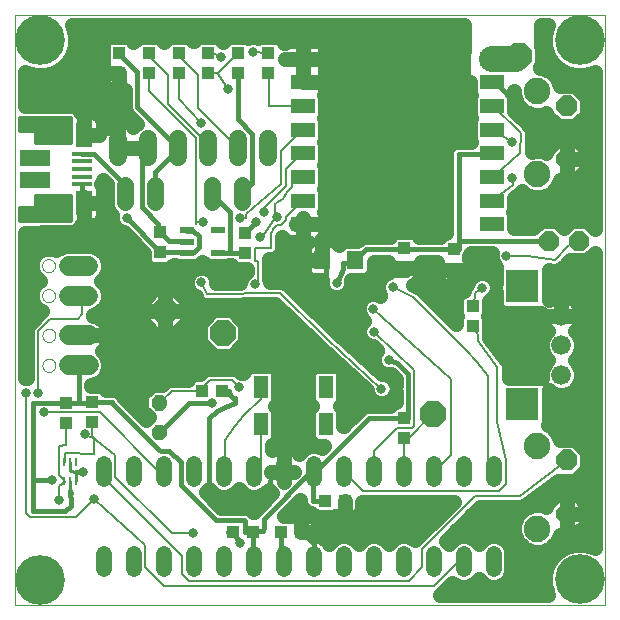
<source format=gbl>
G75*
%MOIN*%
%OFA0B0*%
%FSLAX24Y24*%
%IPPOS*%
%LPD*%
%AMOC8*
5,1,8,0,0,1.08239X$1,22.5*
%
%ADD10C,0.0000*%
%ADD11R,0.0551X0.0630*%
%ADD12R,0.0394X0.0433*%
%ADD13R,0.0433X0.0394*%
%ADD14R,0.0787X0.0512*%
%ADD15OC8,0.0850*%
%ADD16R,0.0472X0.0217*%
%ADD17C,0.0520*%
%ADD18R,0.0512X0.0748*%
%ADD19R,0.0112X0.0276*%
%ADD20R,0.0673X0.0157*%
%ADD21R,0.0575X0.0787*%
%ADD22R,0.0984X0.0541*%
%ADD23C,0.0160*%
%ADD24C,0.0560*%
%ADD25C,0.0104*%
%ADD26OC8,0.0660*%
%ADD27OC8,0.0700*%
%ADD28C,0.0885*%
%ADD29C,0.0660*%
%ADD30R,0.1102X0.1102*%
%ADD31C,0.0600*%
%ADD32C,0.0650*%
%ADD33C,0.0317*%
%ADD34C,0.0100*%
%ADD35C,0.0500*%
%ADD36C,0.0110*%
%ADD37C,0.0080*%
%ADD38C,0.0860*%
%ADD39C,0.1660*%
D10*
X000350Y000350D02*
X000350Y020035D01*
X020035Y020035D01*
X020035Y000350D01*
X000350Y000350D01*
X001267Y008344D02*
X001269Y008373D01*
X001275Y008401D01*
X001284Y008429D01*
X001297Y008455D01*
X001314Y008478D01*
X001333Y008500D01*
X001355Y008519D01*
X001380Y008534D01*
X001406Y008547D01*
X001434Y008555D01*
X001462Y008560D01*
X001491Y008561D01*
X001520Y008558D01*
X001548Y008551D01*
X001575Y008541D01*
X001601Y008527D01*
X001624Y008510D01*
X001645Y008490D01*
X001663Y008467D01*
X001678Y008442D01*
X001689Y008415D01*
X001697Y008387D01*
X001701Y008358D01*
X001701Y008330D01*
X001697Y008301D01*
X001689Y008273D01*
X001678Y008246D01*
X001663Y008221D01*
X001645Y008198D01*
X001624Y008178D01*
X001601Y008161D01*
X001575Y008147D01*
X001548Y008137D01*
X001520Y008130D01*
X001491Y008127D01*
X001462Y008128D01*
X001434Y008133D01*
X001406Y008141D01*
X001380Y008154D01*
X001355Y008169D01*
X001333Y008188D01*
X001314Y008210D01*
X001297Y008233D01*
X001284Y008259D01*
X001275Y008287D01*
X001269Y008315D01*
X001267Y008344D01*
X001267Y009344D02*
X001269Y009373D01*
X001275Y009401D01*
X001284Y009429D01*
X001297Y009455D01*
X001314Y009478D01*
X001333Y009500D01*
X001355Y009519D01*
X001380Y009534D01*
X001406Y009547D01*
X001434Y009555D01*
X001462Y009560D01*
X001491Y009561D01*
X001520Y009558D01*
X001548Y009551D01*
X001575Y009541D01*
X001601Y009527D01*
X001624Y009510D01*
X001645Y009490D01*
X001663Y009467D01*
X001678Y009442D01*
X001689Y009415D01*
X001697Y009387D01*
X001701Y009358D01*
X001701Y009330D01*
X001697Y009301D01*
X001689Y009273D01*
X001678Y009246D01*
X001663Y009221D01*
X001645Y009198D01*
X001624Y009178D01*
X001601Y009161D01*
X001575Y009147D01*
X001548Y009137D01*
X001520Y009130D01*
X001491Y009127D01*
X001462Y009128D01*
X001434Y009133D01*
X001406Y009141D01*
X001380Y009154D01*
X001355Y009169D01*
X001333Y009188D01*
X001314Y009210D01*
X001297Y009233D01*
X001284Y009259D01*
X001275Y009287D01*
X001269Y009315D01*
X001267Y009344D01*
X001259Y010670D02*
X001261Y010699D01*
X001267Y010727D01*
X001276Y010755D01*
X001289Y010781D01*
X001306Y010804D01*
X001325Y010826D01*
X001347Y010845D01*
X001372Y010860D01*
X001398Y010873D01*
X001426Y010881D01*
X001454Y010886D01*
X001483Y010887D01*
X001512Y010884D01*
X001540Y010877D01*
X001567Y010867D01*
X001593Y010853D01*
X001616Y010836D01*
X001637Y010816D01*
X001655Y010793D01*
X001670Y010768D01*
X001681Y010741D01*
X001689Y010713D01*
X001693Y010684D01*
X001693Y010656D01*
X001689Y010627D01*
X001681Y010599D01*
X001670Y010572D01*
X001655Y010547D01*
X001637Y010524D01*
X001616Y010504D01*
X001593Y010487D01*
X001567Y010473D01*
X001540Y010463D01*
X001512Y010456D01*
X001483Y010453D01*
X001454Y010454D01*
X001426Y010459D01*
X001398Y010467D01*
X001372Y010480D01*
X001347Y010495D01*
X001325Y010514D01*
X001306Y010536D01*
X001289Y010559D01*
X001276Y010585D01*
X001267Y010613D01*
X001261Y010641D01*
X001259Y010670D01*
X001259Y011670D02*
X001261Y011699D01*
X001267Y011727D01*
X001276Y011755D01*
X001289Y011781D01*
X001306Y011804D01*
X001325Y011826D01*
X001347Y011845D01*
X001372Y011860D01*
X001398Y011873D01*
X001426Y011881D01*
X001454Y011886D01*
X001483Y011887D01*
X001512Y011884D01*
X001540Y011877D01*
X001567Y011867D01*
X001593Y011853D01*
X001616Y011836D01*
X001637Y011816D01*
X001655Y011793D01*
X001670Y011768D01*
X001681Y011741D01*
X001689Y011713D01*
X001693Y011684D01*
X001693Y011656D01*
X001689Y011627D01*
X001681Y011599D01*
X001670Y011572D01*
X001655Y011547D01*
X001637Y011524D01*
X001616Y011504D01*
X001593Y011487D01*
X001567Y011473D01*
X001540Y011463D01*
X001512Y011456D01*
X001483Y011453D01*
X001454Y011454D01*
X001426Y011459D01*
X001398Y011467D01*
X001372Y011480D01*
X001347Y011495D01*
X001325Y011514D01*
X001306Y011536D01*
X001289Y011559D01*
X001276Y011585D01*
X001267Y011613D01*
X001261Y011641D01*
X001259Y011670D01*
D11*
X010602Y011851D03*
X011705Y011851D03*
D12*
X013332Y011590D03*
X013332Y012259D03*
X014980Y012209D03*
X014980Y011540D03*
X008032Y012093D03*
X008032Y012762D03*
X005179Y012786D03*
X005179Y012117D03*
X006605Y007505D03*
X007274Y007505D03*
X006789Y018089D03*
X006789Y018758D03*
X003814Y018758D03*
X003814Y018089D03*
D13*
X004812Y018089D03*
X004812Y018758D03*
X005812Y018758D03*
X005812Y018089D03*
X007787Y018089D03*
X007787Y018758D03*
X008807Y018758D03*
X008807Y018089D03*
X015613Y010319D03*
X015613Y009650D03*
X013327Y006585D03*
X013327Y005916D03*
X011372Y003824D03*
X010703Y003824D03*
X009905Y002795D03*
X009236Y002795D03*
X008277Y002805D03*
X007608Y002805D03*
X002910Y006453D03*
X002049Y006428D03*
X002049Y007097D03*
X002910Y007122D03*
D14*
X009959Y013051D03*
X009959Y013838D03*
X009959Y014626D03*
X009959Y015413D03*
X009959Y016201D03*
X009959Y016988D03*
X009959Y017775D03*
X009959Y018563D03*
X016259Y018563D03*
X016259Y017775D03*
X016259Y016988D03*
X016259Y016201D03*
X016259Y015413D03*
X016259Y014626D03*
X016259Y013838D03*
X016259Y013051D03*
D15*
X007280Y009422D03*
X005350Y010143D03*
X014277Y006729D03*
X017168Y018666D03*
D16*
X007119Y012844D03*
X006095Y012844D03*
X006095Y012470D03*
X006095Y012096D03*
X007119Y012096D03*
D17*
X007317Y005065D02*
X007317Y004545D01*
X006317Y004545D02*
X006317Y005065D01*
X005317Y005065D02*
X005317Y004545D01*
X004317Y004545D02*
X004317Y005065D01*
X003317Y005065D02*
X003317Y004545D01*
X003317Y002065D02*
X003317Y001545D01*
X004317Y001545D02*
X004317Y002065D01*
X005317Y002065D02*
X005317Y001545D01*
X006317Y001545D02*
X006317Y002065D01*
X007317Y002065D02*
X007317Y001545D01*
X008317Y001545D02*
X008317Y002065D01*
X009317Y002065D02*
X009317Y001545D01*
X010317Y001545D02*
X010317Y002065D01*
X011317Y002065D02*
X011317Y001545D01*
X012317Y001545D02*
X012317Y002065D01*
X013317Y002065D02*
X013317Y001545D01*
X014317Y001545D02*
X014317Y002065D01*
X015317Y002065D02*
X015317Y001545D01*
X016317Y001545D02*
X016317Y002065D01*
X016317Y004545D02*
X016317Y005065D01*
X015317Y005065D02*
X015317Y004545D01*
X014317Y004545D02*
X014317Y005065D01*
X013317Y005065D02*
X013317Y004545D01*
X012317Y004545D02*
X012317Y005065D01*
X011317Y005065D02*
X011317Y004545D01*
X010317Y004545D02*
X010317Y005065D01*
X009317Y005065D02*
X009317Y004545D01*
X008317Y004545D02*
X008317Y005065D01*
D18*
X008549Y006375D03*
X008549Y007635D03*
X010714Y007635D03*
X010714Y006375D03*
D19*
X002401Y005134D03*
X002204Y005134D03*
X002007Y005134D03*
X002007Y004484D03*
X002204Y004484D03*
X002401Y004484D03*
D20*
X002598Y014382D03*
X002598Y014638D03*
X002598Y014894D03*
X002598Y015150D03*
X002598Y015406D03*
D21*
X002649Y016036D03*
X002649Y013752D03*
D22*
X001011Y014525D03*
X001011Y015263D03*
D23*
X001069Y015779D02*
X002179Y015779D01*
X002179Y016596D01*
X001167Y016596D01*
X001169Y016595D01*
X000539Y016595D01*
X000537Y016200D01*
X001069Y016200D01*
X002179Y016200D01*
X002179Y016042D02*
X001069Y016042D01*
X001069Y016200D02*
X001069Y015779D01*
X001069Y015883D02*
X002179Y015883D01*
X002649Y016036D02*
X002653Y016036D01*
X002649Y016091D02*
X003804Y016091D01*
X003804Y015589D01*
X004578Y015366D02*
X004799Y015586D01*
X004804Y015589D01*
X004578Y015366D02*
X004578Y013610D01*
X005130Y013059D01*
X005130Y012854D01*
X005179Y012786D01*
X005185Y012783D01*
X005492Y012476D01*
X006090Y012476D01*
X006095Y012470D01*
X006098Y012838D02*
X006095Y012844D01*
X006098Y012838D02*
X006303Y012838D01*
X006492Y012649D01*
X006492Y012295D01*
X006326Y012130D01*
X006169Y012130D01*
X006095Y012096D01*
X006090Y012098D01*
X006074Y012114D01*
X005185Y012114D01*
X005179Y012117D01*
X005130Y012185D01*
X004075Y013267D01*
X004021Y014070D02*
X004019Y014074D01*
X004019Y014374D01*
X002988Y015405D01*
X002602Y015405D01*
X002598Y015406D01*
X002598Y014382D02*
X002602Y014381D01*
X002602Y013807D01*
X002649Y013759D01*
X002649Y013752D01*
X002179Y013823D02*
X001069Y013823D01*
X001069Y013981D02*
X002179Y013981D01*
X002179Y014002D02*
X001069Y014002D01*
X001069Y013581D01*
X000537Y013581D01*
X000535Y013184D01*
X001165Y013184D01*
X001167Y013185D01*
X002179Y013185D01*
X002179Y014002D01*
X002179Y013664D02*
X001069Y013664D01*
X000537Y013506D02*
X002179Y013506D01*
X002179Y013347D02*
X000536Y013347D01*
X000535Y013189D02*
X002179Y013189D01*
X005021Y014070D02*
X005027Y014074D01*
X005027Y014775D01*
X005767Y015515D01*
X005804Y015589D01*
X005799Y015594D01*
X004429Y016964D01*
X004429Y018114D01*
X003815Y018728D01*
X003815Y018752D01*
X003814Y018758D01*
X007787Y018089D02*
X007791Y018082D01*
X007791Y016555D01*
X008271Y016074D01*
X008271Y014421D01*
X007917Y014067D01*
X007916Y014063D01*
X007515Y013460D02*
X006917Y014059D01*
X006916Y014063D01*
X007515Y013460D02*
X007515Y012098D01*
X008027Y012098D01*
X008032Y012093D01*
X007515Y012098D02*
X007122Y012098D01*
X007119Y012096D01*
X007466Y011591D02*
X008158Y011591D01*
X006508Y010536D02*
X005956Y010019D01*
X005902Y009965D01*
X007690Y008189D01*
X007475Y007499D02*
X007529Y007352D01*
X007608Y007274D01*
X007695Y007241D01*
X007697Y007091D01*
X007343Y006967D01*
X007106Y006812D01*
X006818Y006606D01*
X006818Y004575D01*
X006833Y004575D01*
X006833Y003923D01*
X008720Y003923D01*
X008720Y003849D01*
X008843Y004497D01*
X008959Y004805D01*
X009317Y004805D01*
X010200Y004775D02*
X010317Y004805D01*
X010397Y004830D01*
X012153Y006586D01*
X013326Y006586D01*
X013327Y006585D01*
X013405Y006586D01*
X013460Y006586D01*
X013460Y008051D01*
X013098Y008413D01*
X012816Y008534D01*
X016490Y010068D02*
X018566Y010068D01*
X018568Y009996D01*
X016490Y010068D02*
X016492Y011540D01*
X014980Y011540D01*
X014862Y011507D01*
X013563Y011507D01*
X013559Y011504D01*
X013547Y011515D01*
X013332Y011590D01*
X013311Y011515D01*
X013311Y011590D01*
X013429Y011374D02*
X013559Y011504D01*
X013429Y011374D02*
X011579Y011374D01*
X011579Y010615D01*
X010722Y010618D01*
X010722Y011232D01*
X010719Y011275D01*
X010720Y011728D01*
X010720Y011815D01*
X010602Y011851D01*
X010649Y011925D01*
X010653Y011929D01*
X010689Y011893D01*
X010653Y011929D02*
X010633Y011948D01*
X010602Y011866D02*
X010602Y011851D01*
X011291Y011767D02*
X011291Y011554D01*
X011084Y011098D01*
X011224Y010704D02*
X011181Y010610D01*
X011291Y011767D02*
X011570Y011767D01*
X011626Y011822D01*
X011705Y011851D01*
X011767Y011909D01*
X012074Y012216D01*
X013263Y012216D01*
X013332Y012259D01*
X013405Y012208D01*
X014901Y012208D01*
X014980Y012209D01*
X015147Y012209D01*
X015147Y012500D01*
X017759Y012500D01*
X018157Y012502D01*
X015147Y012500D02*
X015147Y015395D01*
X016259Y015395D01*
X016259Y015413D01*
X017496Y016303D02*
X017496Y016397D01*
X017226Y016677D01*
X017169Y016956D01*
X016381Y017744D01*
X016342Y017744D01*
X016259Y017775D01*
X016263Y017775D01*
X017496Y016303D02*
X018752Y015593D01*
X018753Y015208D01*
X014936Y011565D02*
X014936Y011540D01*
X009964Y013051D02*
X009959Y013051D01*
X009901Y012996D01*
X009959Y013051D01*
X009964Y013051D01*
X009959Y013051D01*
X008381Y013114D02*
X008035Y012767D01*
X008032Y012762D01*
X002179Y016359D02*
X000538Y016359D01*
X000538Y016517D02*
X002179Y016517D01*
X002484Y008344D02*
X002484Y008342D01*
X002484Y007098D01*
X002051Y007098D01*
X000945Y007098D01*
X000947Y004516D01*
X001596Y004516D01*
X001595Y004511D01*
X000947Y004516D02*
X000947Y003494D01*
X001781Y003506D01*
X002032Y003506D01*
X002214Y003649D01*
X002208Y003743D01*
X002206Y004149D01*
X002209Y004075D01*
X002206Y004152D01*
X002399Y004806D02*
X002452Y004807D01*
X002610Y004807D01*
X003626Y007043D02*
X005145Y005523D01*
X005224Y005492D01*
X005507Y005492D01*
X005878Y005122D01*
X005878Y004374D01*
X007067Y003185D01*
X007996Y003185D01*
X008019Y003161D01*
X008019Y002815D01*
X008027Y002807D01*
X008193Y002807D01*
X008277Y002805D01*
X008358Y002830D01*
X008626Y002830D01*
X008657Y002909D01*
X008657Y003232D01*
X010200Y004775D01*
X010279Y004767D02*
X010279Y003830D01*
X010703Y003830D01*
X010703Y003824D01*
X011372Y003824D02*
X011377Y003556D01*
X011377Y003322D01*
X009895Y003322D01*
X009279Y003322D01*
X009895Y003322D02*
X009893Y002931D01*
X009905Y002795D01*
X009909Y002791D01*
X010311Y002389D01*
X010311Y001807D01*
X010317Y001805D01*
X009317Y001805D02*
X009311Y001807D01*
X009240Y001878D01*
X009240Y002791D01*
X009236Y002795D01*
X008279Y002799D02*
X008277Y002805D01*
X008279Y002799D02*
X008279Y001838D01*
X008311Y001807D01*
X008317Y001805D01*
X007842Y002408D02*
X007649Y002736D01*
X007608Y002805D01*
X007602Y002799D01*
X007452Y002799D01*
X010279Y004767D02*
X010311Y004799D01*
X010317Y004805D01*
X006929Y007082D02*
X006161Y007082D01*
X005200Y006122D01*
X005153Y006116D01*
X003626Y007043D02*
X003594Y007122D01*
X002996Y007122D01*
X002910Y007122D01*
X002909Y007122D01*
X002885Y007098D01*
X002484Y007098D01*
X002051Y007098D02*
X002049Y007097D01*
X007274Y007505D02*
X007279Y007500D01*
X007475Y007499D01*
D24*
X007916Y013783D02*
X007916Y014343D01*
X006916Y014343D02*
X006916Y013783D01*
X005021Y013790D02*
X005021Y014350D01*
X004021Y014350D02*
X004021Y013790D01*
D25*
X004998Y007072D02*
X004946Y007020D01*
X004946Y007192D01*
X005067Y007313D01*
X005239Y007313D01*
X005360Y007192D01*
X005360Y007020D01*
X005239Y006899D01*
X005067Y006899D01*
X004946Y007020D01*
X005024Y007052D01*
X005024Y007160D01*
X005099Y007235D01*
X005207Y007235D01*
X005282Y007160D01*
X005282Y007052D01*
X005207Y006977D01*
X005099Y006977D01*
X005024Y007052D01*
X005102Y007085D01*
X005102Y007127D01*
X005132Y007157D01*
X005174Y007157D01*
X005204Y007127D01*
X005204Y007085D01*
X005174Y007055D01*
X005132Y007055D01*
X005102Y007085D01*
X004998Y006082D02*
X004946Y006030D01*
X004946Y006202D01*
X005067Y006323D01*
X005239Y006323D01*
X005360Y006202D01*
X005360Y006030D01*
X005239Y005909D01*
X005067Y005909D01*
X004946Y006030D01*
X005024Y006062D01*
X005024Y006170D01*
X005099Y006245D01*
X005207Y006245D01*
X005282Y006170D01*
X005282Y006062D01*
X005207Y005987D01*
X005099Y005987D01*
X005024Y006062D01*
X005102Y006095D01*
X005102Y006137D01*
X005132Y006167D01*
X005174Y006167D01*
X005204Y006137D01*
X005204Y006095D01*
X005174Y006065D01*
X005132Y006065D01*
X005102Y006095D01*
D26*
X018157Y012502D03*
X019157Y012502D03*
D27*
X018753Y015208D03*
X018753Y016988D03*
X018753Y005177D03*
X018753Y003397D03*
D28*
X017773Y002907D03*
X017773Y005667D03*
X017773Y014718D03*
X017773Y017478D03*
D29*
X018568Y009996D03*
X018568Y009011D03*
X018568Y008027D03*
D30*
X017268Y007043D03*
X017268Y010980D03*
D31*
X008804Y015289D02*
X008804Y015889D01*
X007804Y015889D02*
X007804Y015289D01*
X006804Y015289D02*
X006804Y015889D01*
X005804Y015889D02*
X005804Y015289D01*
X004804Y015289D02*
X004804Y015889D01*
X003804Y015889D02*
X003804Y015289D01*
D32*
X002801Y011670D02*
X002151Y011670D01*
X002151Y010670D02*
X002801Y010670D01*
X002809Y009344D02*
X002160Y009344D01*
X002160Y008344D02*
X002809Y008344D01*
D33*
X001122Y007437D03*
X000720Y007437D03*
X001329Y006778D03*
X002684Y006056D03*
X002610Y004807D03*
X001595Y004511D03*
X002988Y003881D03*
X001834Y003842D03*
X006286Y002741D03*
X007842Y002408D03*
X009279Y003322D03*
X008720Y003849D03*
X006929Y007082D03*
X007818Y007611D03*
X012326Y009468D03*
X012297Y010239D03*
X012941Y010955D03*
X011084Y011098D03*
X009681Y012477D03*
X008538Y012625D03*
X008381Y013114D03*
X008673Y013445D03*
X009101Y013299D03*
X007845Y013263D03*
X006626Y013126D03*
X004075Y013267D03*
X007466Y011591D03*
X008158Y011591D03*
X008358Y011060D03*
X006572Y011109D03*
X006508Y010536D03*
X012573Y007573D03*
X012816Y008534D03*
X015921Y010932D03*
X016735Y011998D03*
X016926Y014596D03*
X016918Y015799D03*
X008304Y018805D03*
X007214Y018608D03*
X007472Y017573D03*
X006543Y016434D03*
D34*
X002204Y004484D02*
X002203Y004464D01*
X002206Y004152D01*
D35*
X004726Y006523D02*
X003975Y007273D01*
X003974Y007276D01*
X003944Y007350D01*
X003943Y007352D01*
X003942Y007354D01*
X003886Y007410D01*
X003831Y007466D01*
X003828Y007467D01*
X003826Y007469D01*
X003753Y007499D01*
X003681Y007531D01*
X003678Y007531D01*
X003676Y007532D01*
X003597Y007532D01*
X003518Y007533D01*
X003515Y007532D01*
X003381Y007532D01*
X003314Y007599D01*
X003192Y007649D01*
X002894Y007649D01*
X002894Y007689D01*
X002939Y007689D01*
X003180Y007789D01*
X003364Y007973D01*
X003464Y008214D01*
X003464Y008474D01*
X003364Y008715D01*
X003249Y008831D01*
X003255Y008836D01*
X003318Y008898D01*
X003372Y008968D01*
X003416Y009045D01*
X003450Y009127D01*
X003472Y009212D01*
X003484Y009300D01*
X003484Y009344D01*
X003484Y009388D01*
X003472Y009476D01*
X003450Y009561D01*
X003416Y009643D01*
X003372Y009720D01*
X003318Y009790D01*
X003255Y009852D01*
X003185Y009906D01*
X003108Y009950D01*
X003027Y009984D01*
X002956Y010003D01*
X002956Y010026D01*
X003172Y010115D01*
X003356Y010299D01*
X003456Y010540D01*
X003456Y010801D01*
X003356Y011041D01*
X003227Y011170D01*
X003356Y011299D01*
X003456Y011540D01*
X003456Y011801D01*
X003356Y012041D01*
X003172Y012225D01*
X002931Y012325D01*
X002021Y012325D01*
X001781Y012225D01*
X001732Y012177D01*
X001589Y012237D01*
X001364Y012237D01*
X001155Y012151D01*
X000996Y011991D01*
X000910Y011783D01*
X000910Y011558D01*
X000996Y011349D01*
X001155Y011190D01*
X001203Y011170D01*
X001155Y011151D01*
X000996Y010991D01*
X000910Y010783D01*
X000910Y010558D01*
X000996Y010349D01*
X001155Y010190D01*
X001255Y010149D01*
X001217Y010111D01*
X000808Y009701D01*
X000752Y009565D01*
X000752Y007925D01*
X000700Y007925D01*
X000700Y012774D01*
X001106Y012774D01*
X001128Y012768D01*
X001187Y012774D01*
X001246Y012774D01*
X001249Y012775D01*
X002260Y012775D01*
X002411Y012838D01*
X002526Y012953D01*
X002549Y013009D01*
X002649Y013009D01*
X002649Y013752D01*
X002649Y013752D01*
X002649Y013009D01*
X002971Y013009D01*
X003039Y013022D01*
X003102Y013048D01*
X003160Y013087D01*
X003208Y013135D01*
X003247Y013193D01*
X003273Y013256D01*
X003287Y013324D01*
X003287Y013752D01*
X002649Y013752D01*
X002649Y013752D01*
X002649Y013953D01*
X002649Y013953D01*
X002649Y013752D01*
X002649Y013752D01*
X003287Y013752D01*
X003287Y014180D01*
X003277Y014230D01*
X003285Y014269D01*
X003285Y014382D01*
X003218Y014382D01*
X003218Y014382D01*
X003285Y014382D01*
X003285Y014495D01*
X003276Y014537D01*
X003411Y014402D01*
X003411Y013669D01*
X003504Y013444D01*
X003587Y013361D01*
X003587Y013170D01*
X003661Y012990D01*
X003798Y012853D01*
X003978Y012779D01*
X003978Y012779D01*
X004653Y012087D01*
X004653Y011835D01*
X004703Y011713D01*
X004796Y011621D01*
X004917Y011570D01*
X005442Y011570D01*
X005563Y011621D01*
X005647Y011704D01*
X005683Y011704D01*
X005793Y011658D01*
X006397Y011658D01*
X006518Y011708D01*
X006607Y011797D01*
X006696Y011708D01*
X006817Y011658D01*
X007421Y011658D01*
X007494Y011688D01*
X007556Y011688D01*
X007648Y011596D01*
X007769Y011546D01*
X008084Y011546D01*
X008084Y011475D01*
X008082Y011474D01*
X007944Y011337D01*
X007870Y011157D01*
X007870Y011105D01*
X007061Y011094D01*
X007061Y011206D01*
X006986Y011386D01*
X006849Y011523D01*
X006669Y011597D01*
X006475Y011597D01*
X006296Y011523D01*
X006158Y011386D01*
X006084Y011206D01*
X006084Y011012D01*
X006158Y010832D01*
X006296Y010695D01*
X006377Y010661D01*
X006423Y010567D01*
X006449Y010506D01*
X006454Y010501D01*
X006458Y010493D01*
X006507Y010449D01*
X006554Y010404D01*
X006562Y010401D01*
X006568Y010395D01*
X006630Y010373D01*
X006691Y010349D01*
X006699Y010349D01*
X006707Y010347D01*
X006772Y010350D01*
X009038Y010381D01*
X010460Y009016D01*
X010462Y009013D01*
X010513Y008965D01*
X010564Y008917D01*
X010567Y008916D01*
X012085Y007520D01*
X012085Y007476D01*
X012159Y007297D01*
X012297Y007159D01*
X012476Y007085D01*
X012671Y007085D01*
X012850Y007159D01*
X012987Y007297D01*
X013050Y007448D01*
X013050Y007112D01*
X013045Y007112D01*
X012924Y007062D01*
X012858Y006996D01*
X012072Y006996D01*
X011921Y006934D01*
X011300Y006313D01*
X011300Y006815D01*
X011250Y006936D01*
X011181Y007005D01*
X011250Y007074D01*
X011300Y007195D01*
X011300Y008074D01*
X011250Y008196D01*
X011157Y008289D01*
X011036Y008339D01*
X010393Y008339D01*
X010271Y008289D01*
X010178Y008196D01*
X010128Y008074D01*
X010128Y007195D01*
X010178Y007074D01*
X010247Y007005D01*
X010178Y006936D01*
X010128Y006815D01*
X010128Y005935D01*
X010178Y005814D01*
X010271Y005721D01*
X010393Y005671D01*
X010658Y005671D01*
X010582Y005594D01*
X010435Y005655D01*
X010200Y005655D01*
X009983Y005565D01*
X009824Y005406D01*
X009783Y005463D01*
X009715Y005531D01*
X009637Y005587D01*
X009551Y005631D01*
X009460Y005660D01*
X009365Y005675D01*
X009317Y005675D01*
X009269Y005675D01*
X009174Y005660D01*
X009083Y005631D01*
X008998Y005587D01*
X008920Y005531D01*
X008917Y005527D01*
X008917Y005690D01*
X008992Y005721D01*
X009084Y005814D01*
X009135Y005935D01*
X009135Y006815D01*
X009084Y006936D01*
X009015Y007005D01*
X009084Y007074D01*
X009135Y007195D01*
X009135Y008074D01*
X009084Y008196D01*
X008992Y008289D01*
X008870Y008339D01*
X008227Y008339D01*
X008106Y008289D01*
X008013Y008196D01*
X007965Y008079D01*
X007915Y008099D01*
X007888Y008099D01*
X007873Y008114D01*
X007834Y008159D01*
X007822Y008165D01*
X007812Y008175D01*
X007756Y008198D01*
X007703Y008225D01*
X007689Y008226D01*
X007676Y008232D01*
X007616Y008232D01*
X007556Y008236D01*
X007543Y008232D01*
X006788Y008232D01*
X006652Y008175D01*
X006528Y008051D01*
X006343Y008051D01*
X006221Y008001D01*
X006129Y007908D01*
X006113Y007870D01*
X005513Y007870D01*
X005377Y007813D01*
X005259Y007696D01*
X004909Y007696D01*
X004563Y007350D01*
X004563Y006862D01*
X004814Y006611D01*
X004726Y006523D01*
X004594Y006831D02*
X004418Y006831D01*
X004563Y007329D02*
X003953Y007329D01*
X003219Y007828D02*
X005411Y007828D01*
X006525Y009109D02*
X006967Y008667D01*
X007593Y008667D01*
X008035Y009109D01*
X008035Y009735D01*
X007593Y010177D01*
X006967Y010177D01*
X006525Y009735D01*
X006525Y009109D01*
X006525Y009323D02*
X003484Y009323D01*
X003484Y009344D02*
X002484Y009344D01*
X003484Y009344D01*
X003255Y008825D02*
X006810Y008825D01*
X007750Y008825D02*
X010666Y008825D01*
X010141Y009323D02*
X008035Y009323D01*
X007948Y009822D02*
X009621Y009822D01*
X009101Y010320D02*
X006125Y010320D01*
X006125Y010464D02*
X006125Y010143D01*
X005350Y010143D01*
X005350Y010143D01*
X005350Y009368D01*
X005671Y009368D01*
X006125Y009822D01*
X006125Y010143D01*
X005350Y010143D01*
X005350Y010143D01*
X005350Y009368D01*
X005029Y009368D01*
X004575Y009822D01*
X004575Y010143D01*
X005350Y010143D01*
X005350Y010143D01*
X005350Y010918D01*
X005671Y010918D01*
X006125Y010464D01*
X006172Y010819D02*
X005770Y010819D01*
X005350Y010819D02*
X005350Y010819D01*
X005350Y010918D02*
X005029Y010918D01*
X004575Y010464D01*
X004575Y010143D01*
X005350Y010143D01*
X005350Y010143D01*
X005350Y010918D01*
X004929Y010819D02*
X003448Y010819D01*
X003363Y011317D02*
X006130Y011317D01*
X007015Y011317D02*
X007936Y011317D01*
X008824Y011317D02*
X010052Y011317D01*
X010055Y011313D02*
X010103Y011264D01*
X010161Y011226D01*
X010224Y011199D01*
X010292Y011186D01*
X010595Y011186D01*
X010595Y011001D01*
X010670Y010822D01*
X010807Y010684D01*
X010986Y010610D01*
X011181Y010610D01*
X011360Y010684D01*
X011498Y010822D01*
X011572Y011001D01*
X011572Y011181D01*
X011583Y011206D01*
X012046Y011206D01*
X012167Y011256D01*
X012260Y011349D01*
X012310Y011470D01*
X012310Y011806D01*
X012786Y011806D01*
X012786Y011590D01*
X013332Y011590D01*
X013332Y011590D01*
X012786Y011590D01*
X012786Y011420D01*
X012665Y011370D01*
X012527Y011232D01*
X012453Y011053D01*
X012453Y010858D01*
X012527Y010679D01*
X012538Y010668D01*
X012394Y010728D01*
X012200Y010728D01*
X012021Y010653D01*
X011883Y010516D01*
X011809Y010336D01*
X011809Y010142D01*
X011883Y009963D01*
X012007Y009839D01*
X011912Y009745D01*
X011838Y009565D01*
X011838Y009371D01*
X011912Y009191D01*
X012050Y009054D01*
X012229Y008980D01*
X012302Y008980D01*
X012440Y008848D01*
X012402Y008810D01*
X012328Y008631D01*
X012328Y008436D01*
X012402Y008257D01*
X012540Y008119D01*
X012719Y008045D01*
X012886Y008045D01*
X013050Y007881D01*
X013050Y007698D01*
X012987Y007850D01*
X012850Y007987D01*
X012671Y008062D01*
X012589Y008062D01*
X011020Y009505D01*
X009442Y011019D01*
X009390Y011069D01*
X009389Y011070D01*
X009388Y011071D01*
X009320Y011097D01*
X009253Y011124D01*
X009252Y011124D01*
X009251Y011124D01*
X009178Y011123D01*
X008847Y011118D01*
X008847Y011157D01*
X008824Y011212D01*
X008824Y011882D01*
X008820Y011891D01*
X008882Y011891D01*
X008955Y011891D01*
X008956Y011891D01*
X008957Y011891D01*
X009024Y011919D01*
X009091Y011946D01*
X009092Y011947D01*
X009093Y011947D01*
X009144Y011999D01*
X009196Y012050D01*
X009196Y012051D01*
X009197Y012051D01*
X009224Y012119D01*
X009253Y012186D01*
X009253Y012187D01*
X009253Y012260D01*
X009253Y012333D01*
X009253Y012334D01*
X009253Y012604D01*
X009265Y012615D01*
X009294Y012572D01*
X009343Y012523D01*
X009400Y012485D01*
X009464Y012458D01*
X009531Y012445D01*
X009959Y012445D01*
X009959Y013051D01*
X009727Y013051D01*
X009727Y013051D01*
X009959Y013051D01*
X009959Y013051D01*
X009959Y013252D01*
X009959Y013252D01*
X009959Y013051D01*
X009959Y013051D01*
X009959Y013051D01*
X009959Y012445D01*
X010114Y012445D01*
X010103Y012438D01*
X010055Y012389D01*
X010016Y012332D01*
X009990Y012268D01*
X009977Y012200D01*
X009977Y011851D01*
X010602Y011851D01*
X010602Y012516D01*
X010565Y012516D01*
X010576Y012523D01*
X010625Y012572D01*
X010663Y012629D01*
X010690Y012693D01*
X010703Y012761D01*
X010703Y013051D01*
X010703Y013341D01*
X010690Y013409D01*
X010664Y013471D01*
X010683Y013517D01*
X010683Y014160D01*
X010653Y014232D01*
X010683Y014304D01*
X010683Y014947D01*
X010653Y015019D01*
X010683Y015092D01*
X010683Y015735D01*
X010653Y015807D01*
X010683Y015879D01*
X010683Y016522D01*
X010653Y016594D01*
X010683Y016666D01*
X010683Y017309D01*
X010664Y017355D01*
X010690Y017417D01*
X010703Y017485D01*
X010703Y017775D01*
X009959Y017775D01*
X009959Y018563D01*
X009353Y018563D01*
X009353Y018563D01*
X009959Y018563D01*
X009959Y018563D01*
X009959Y019169D01*
X009531Y019169D01*
X009464Y019155D01*
X009400Y019129D01*
X009343Y019090D01*
X009330Y019077D01*
X009303Y019142D01*
X009210Y019235D01*
X009089Y019285D01*
X008524Y019285D01*
X008473Y019264D01*
X008401Y019294D01*
X008207Y019294D01*
X008127Y019261D01*
X008069Y019285D01*
X007504Y019285D01*
X007383Y019235D01*
X007290Y019142D01*
X007282Y019122D01*
X007265Y019162D01*
X007172Y019255D01*
X007051Y019305D01*
X006526Y019305D01*
X006405Y019255D01*
X006312Y019162D01*
X006305Y019145D01*
X006216Y019235D01*
X006094Y019285D01*
X005530Y019285D01*
X005409Y019235D01*
X005316Y019142D01*
X005312Y019133D01*
X005308Y019142D01*
X005215Y019235D01*
X005094Y019285D01*
X004530Y019285D01*
X004408Y019235D01*
X004315Y019142D01*
X004307Y019122D01*
X004290Y019162D01*
X004198Y019255D01*
X004076Y019305D01*
X003551Y019305D01*
X003430Y019255D01*
X003337Y019162D01*
X003287Y019040D01*
X003287Y018476D01*
X003298Y018450D01*
X003280Y018408D01*
X003267Y018340D01*
X003267Y018089D01*
X003267Y017838D01*
X003280Y017770D01*
X003307Y017707D01*
X003345Y017649D01*
X003394Y017601D01*
X003451Y017562D01*
X003515Y017536D01*
X003582Y017522D01*
X003814Y017522D01*
X004019Y017522D01*
X004019Y016883D01*
X004081Y016732D01*
X004408Y016405D01*
X004374Y016379D01*
X004314Y016319D01*
X004304Y016305D01*
X004294Y016319D01*
X004233Y016379D01*
X004166Y016431D01*
X004092Y016473D01*
X004013Y016506D01*
X003931Y016528D01*
X003847Y016539D01*
X003804Y016539D01*
X003804Y015589D01*
X003804Y015589D01*
X004454Y015589D01*
X004804Y015589D01*
X004804Y015589D01*
X003804Y015589D01*
X003804Y015589D01*
X003804Y016539D01*
X003761Y016539D01*
X003677Y016528D01*
X003595Y016506D01*
X003516Y016473D01*
X003442Y016431D01*
X003374Y016379D01*
X003314Y016319D01*
X003287Y016283D01*
X003287Y016464D01*
X003273Y016532D01*
X003247Y016595D01*
X003208Y016653D01*
X003160Y016701D01*
X003102Y016740D01*
X003039Y016766D01*
X002971Y016779D01*
X002649Y016779D01*
X002546Y016779D01*
X002526Y016828D01*
X002411Y016943D01*
X002260Y017006D01*
X001188Y017006D01*
X001129Y017012D01*
X001108Y017006D01*
X001085Y017006D01*
X001083Y017005D01*
X000700Y017005D01*
X000700Y018125D01*
X000753Y018094D01*
X001048Y018015D01*
X001353Y018015D01*
X001648Y018094D01*
X001913Y018247D01*
X002129Y018463D01*
X002282Y018727D01*
X002361Y019022D01*
X002361Y019328D01*
X002282Y019623D01*
X002246Y019685D01*
X015309Y019685D01*
X015300Y017776D01*
X015515Y017775D01*
X015515Y017485D01*
X015528Y017417D01*
X015554Y017355D01*
X015535Y017309D01*
X015535Y016666D01*
X015565Y016594D01*
X015535Y016522D01*
X015535Y015879D01*
X015565Y015807D01*
X015564Y015805D01*
X015065Y015805D01*
X014915Y015742D01*
X014799Y015627D01*
X014737Y015476D01*
X014737Y012756D01*
X014717Y012756D01*
X014596Y012705D01*
X014509Y012618D01*
X013827Y012618D01*
X013809Y012662D01*
X013716Y012755D01*
X013595Y012805D01*
X013070Y012805D01*
X012949Y012755D01*
X012856Y012662D01*
X012841Y012626D01*
X011993Y012626D01*
X011842Y012564D01*
X011774Y012496D01*
X011363Y012496D01*
X011242Y012446D01*
X011164Y012368D01*
X011150Y012389D01*
X011101Y012438D01*
X011044Y012476D01*
X010980Y012502D01*
X010912Y012516D01*
X010602Y012516D01*
X010602Y011851D01*
X010602Y011851D01*
X010602Y011851D01*
X009977Y011851D01*
X009977Y011501D01*
X009990Y011434D01*
X010016Y011370D01*
X010055Y011313D01*
X009977Y011816D02*
X008824Y011816D01*
X009253Y012186D02*
X009253Y012186D01*
X009253Y012314D02*
X010009Y012314D01*
X009959Y012813D02*
X009959Y012813D01*
X009959Y013051D02*
X009959Y013051D01*
X010703Y013051D01*
X009959Y013051D01*
X010703Y012813D02*
X014737Y012813D01*
X014737Y013311D02*
X010703Y013311D01*
X010683Y013810D02*
X014737Y013810D01*
X014737Y014308D02*
X010683Y014308D01*
X010683Y014807D02*
X014737Y014807D01*
X014737Y015305D02*
X010683Y015305D01*
X010655Y015804D02*
X015062Y015804D01*
X015535Y016302D02*
X010683Y016302D01*
X010683Y016801D02*
X015535Y016801D01*
X015535Y017299D02*
X010683Y017299D01*
X010703Y017775D02*
X009959Y017775D01*
X009959Y017775D01*
X009959Y017775D01*
X009959Y017957D01*
X009959Y018563D01*
X009959Y018563D01*
X009959Y019169D01*
X010388Y019169D01*
X010455Y019155D01*
X010519Y019129D01*
X010576Y019090D01*
X010625Y019042D01*
X010663Y018984D01*
X010690Y018921D01*
X010703Y018853D01*
X010703Y018563D01*
X009959Y018563D01*
X009959Y018563D01*
X009959Y018563D01*
X010703Y018563D01*
X010703Y018272D01*
X010690Y018205D01*
X010675Y018169D01*
X010690Y018133D01*
X010703Y018066D01*
X010703Y017775D01*
X010703Y017798D02*
X015300Y017798D01*
X015302Y018296D02*
X010703Y018296D01*
X009959Y018296D02*
X009959Y018296D01*
X009959Y017798D02*
X009959Y017798D01*
X009959Y018795D02*
X009959Y018795D01*
X010703Y018795D02*
X015305Y018795D01*
X015307Y019293D02*
X008403Y019293D01*
X008205Y019293D02*
X007080Y019293D01*
X006497Y019293D02*
X004105Y019293D01*
X003523Y019293D02*
X002361Y019293D01*
X002300Y018795D02*
X003287Y018795D01*
X003267Y018296D02*
X001962Y018296D01*
X003267Y018089D02*
X003814Y018089D01*
X003814Y017522D01*
X003814Y018089D01*
X003814Y018089D01*
X003267Y018089D01*
X003275Y017798D02*
X000700Y017798D01*
X000700Y017299D02*
X004019Y017299D01*
X004053Y016801D02*
X002538Y016801D01*
X002649Y016779D02*
X002649Y016036D01*
X002649Y016036D01*
X002649Y016779D01*
X002649Y016302D02*
X002649Y016302D01*
X002649Y016036D02*
X003170Y016036D01*
X003170Y016036D01*
X002649Y016036D01*
X002649Y016036D01*
X003287Y016302D02*
X003302Y016302D01*
X003804Y016302D02*
X003804Y016302D01*
X003804Y015804D02*
X003804Y015804D01*
X003411Y014308D02*
X003285Y014308D01*
X003287Y013810D02*
X003411Y013810D01*
X003284Y013311D02*
X003587Y013311D01*
X002649Y013311D02*
X002649Y013311D01*
X002649Y013810D02*
X002649Y013810D01*
X002350Y012813D02*
X003896Y012813D01*
X004431Y012314D02*
X002958Y012314D01*
X001994Y012314D02*
X000700Y012314D01*
X000700Y011816D02*
X000923Y011816D01*
X001028Y011317D02*
X000700Y011317D01*
X000700Y010819D02*
X000924Y010819D01*
X001025Y010320D02*
X000700Y010320D01*
X000700Y009822D02*
X000928Y009822D01*
X000752Y009323D02*
X000700Y009323D01*
X000700Y008825D02*
X000752Y008825D01*
X000752Y008326D02*
X000700Y008326D01*
X002484Y009344D02*
X002484Y009344D01*
X003286Y009822D02*
X004575Y009822D01*
X004575Y010320D02*
X003365Y010320D01*
X005350Y010320D02*
X005350Y010320D01*
X005350Y009822D02*
X005350Y009822D01*
X006124Y009822D02*
X006612Y009822D01*
X008196Y008326D02*
X003464Y008326D01*
X008901Y008326D02*
X010362Y008326D01*
X010128Y007828D02*
X009135Y007828D01*
X009135Y007329D02*
X010128Y007329D01*
X010135Y006831D02*
X009128Y006831D01*
X009135Y006332D02*
X010128Y006332D01*
X010170Y005834D02*
X009092Y005834D01*
X009317Y005675D02*
X009317Y004805D01*
X008907Y004805D01*
X008907Y004805D01*
X009317Y004805D01*
X009317Y004805D01*
X009317Y004472D01*
X009317Y004472D01*
X009317Y004805D01*
X009317Y004805D01*
X009317Y004805D01*
X009651Y004805D01*
X009651Y004805D01*
X009317Y004805D01*
X009317Y004805D01*
X009317Y005675D01*
X009317Y005335D02*
X009317Y005335D01*
X009317Y004837D02*
X009317Y004837D01*
X008811Y004204D02*
X008852Y004148D01*
X008920Y004080D01*
X008923Y004078D01*
X008310Y003464D01*
X008306Y003455D01*
X008252Y003509D01*
X008228Y003532D01*
X008077Y003595D01*
X007236Y003595D01*
X006719Y004112D01*
X006817Y004211D01*
X006983Y004045D01*
X007200Y003955D01*
X007435Y003955D01*
X007651Y004045D01*
X007817Y004211D01*
X007983Y004045D01*
X008200Y003955D01*
X008435Y003955D01*
X008651Y004045D01*
X008811Y004204D01*
X008685Y003840D02*
X006992Y003840D01*
X009327Y003322D02*
X009869Y003864D01*
X009869Y003749D01*
X009932Y003598D01*
X010047Y003483D01*
X010198Y003420D01*
X010227Y003420D01*
X010300Y003347D01*
X010421Y003297D01*
X010985Y003297D01*
X011012Y003308D01*
X011054Y003290D01*
X011121Y003277D01*
X011372Y003277D01*
X011372Y003824D01*
X011372Y003824D01*
X011372Y003277D01*
X011623Y003277D01*
X011691Y003290D01*
X011755Y003317D01*
X011812Y003355D01*
X011861Y003404D01*
X011899Y003461D01*
X011925Y003525D01*
X011939Y003593D01*
X011939Y003791D01*
X014976Y003791D01*
X013701Y002516D01*
X013651Y002565D01*
X013435Y002655D01*
X013200Y002655D01*
X012983Y002565D01*
X012817Y002400D01*
X012651Y002565D01*
X012435Y002655D01*
X012200Y002655D01*
X011983Y002565D01*
X011817Y002400D01*
X011651Y002565D01*
X011435Y002655D01*
X011200Y002655D01*
X010983Y002565D01*
X010824Y002406D01*
X010783Y002463D01*
X010715Y002531D01*
X010637Y002587D01*
X010551Y002631D01*
X010471Y002657D01*
X010471Y002795D01*
X009905Y002795D01*
X009905Y002795D01*
X010471Y002795D01*
X010471Y003027D01*
X010458Y003094D01*
X010432Y003158D01*
X010393Y003215D01*
X010345Y003264D01*
X010287Y003302D01*
X010224Y003329D01*
X010156Y003342D01*
X009905Y003342D01*
X009905Y002795D01*
X009905Y002795D01*
X009905Y003342D01*
X009654Y003342D01*
X009586Y003329D01*
X009544Y003311D01*
X009518Y003322D01*
X009327Y003322D01*
X009346Y003341D02*
X009648Y003341D01*
X009905Y003341D02*
X009905Y003341D01*
X010162Y003341D02*
X010315Y003341D01*
X009869Y003840D02*
X009845Y003840D01*
X011372Y003341D02*
X011372Y003341D01*
X011791Y003341D02*
X014526Y003341D01*
X014028Y002843D02*
X010471Y002843D01*
X009905Y002843D02*
X009905Y002843D01*
X014538Y000700D02*
X014624Y000786D01*
X014933Y001095D01*
X014983Y001045D01*
X015200Y000955D01*
X015435Y000955D01*
X015651Y001045D01*
X015817Y001211D01*
X015983Y001045D01*
X016200Y000955D01*
X016435Y000955D01*
X016651Y001045D01*
X016817Y001211D01*
X016907Y001428D01*
X016907Y002183D01*
X016817Y002399D01*
X016651Y002565D01*
X016435Y002655D01*
X016200Y002655D01*
X015983Y002565D01*
X015817Y002400D01*
X015651Y002565D01*
X015435Y002655D01*
X015200Y002655D01*
X014983Y002565D01*
X014817Y002400D01*
X014724Y002492D01*
X015858Y003626D01*
X017150Y003626D01*
X017197Y003619D01*
X017223Y003626D01*
X017250Y003626D01*
X017294Y003644D01*
X017340Y003655D01*
X017361Y003672D01*
X017386Y003682D01*
X017420Y003715D01*
X018468Y004501D01*
X018472Y004497D01*
X019035Y004497D01*
X019433Y004895D01*
X019433Y005459D01*
X019035Y005857D01*
X018531Y005857D01*
X018428Y006105D01*
X018211Y006322D01*
X018122Y006359D01*
X018150Y006426D01*
X018150Y007512D01*
X018194Y007468D01*
X018436Y007367D01*
X018699Y007367D01*
X018942Y007468D01*
X019127Y007653D01*
X019228Y007896D01*
X019228Y008158D01*
X019127Y008401D01*
X019009Y008519D01*
X019127Y008638D01*
X019228Y008880D01*
X019228Y009143D01*
X019127Y009385D01*
X019023Y009489D01*
X019080Y009546D01*
X019134Y009617D01*
X019179Y009694D01*
X019213Y009777D01*
X019236Y009863D01*
X019248Y009951D01*
X019248Y009996D01*
X019248Y010040D01*
X019236Y010129D01*
X019213Y010215D01*
X019179Y010297D01*
X019134Y010374D01*
X019080Y010445D01*
X019017Y010508D01*
X018946Y010562D01*
X018869Y010607D01*
X018787Y010641D01*
X018701Y010664D01*
X018612Y010676D01*
X018568Y010676D01*
X018568Y009996D01*
X018568Y009996D01*
X019248Y009996D01*
X018568Y009996D01*
X018568Y009996D01*
X018568Y010676D01*
X018523Y010676D01*
X018435Y010664D01*
X018349Y010641D01*
X018266Y010607D01*
X018189Y010562D01*
X018150Y010532D01*
X018150Y011519D01*
X018250Y011505D01*
X018274Y011495D01*
X018322Y011495D01*
X018370Y011489D01*
X018395Y011495D01*
X018421Y011495D01*
X018466Y011514D01*
X018512Y011526D01*
X018533Y011542D01*
X018557Y011552D01*
X018591Y011586D01*
X018630Y011615D01*
X018643Y011637D01*
X018865Y011860D01*
X018884Y011842D01*
X019430Y011842D01*
X019685Y012096D01*
X019685Y002260D01*
X019627Y002293D01*
X019332Y002372D01*
X019027Y002372D01*
X018732Y002293D01*
X018467Y002140D01*
X018251Y001924D01*
X018099Y001660D01*
X018019Y001365D01*
X018019Y001060D01*
X018099Y000765D01*
X018136Y000700D01*
X014538Y000700D01*
X014687Y000849D02*
X018076Y000849D01*
X018019Y001347D02*
X016874Y001347D01*
X016907Y001846D02*
X018206Y001846D01*
X017927Y002135D02*
X018211Y002252D01*
X018428Y002469D01*
X018523Y002697D01*
X018753Y002697D01*
X018753Y003397D01*
X018753Y004097D01*
X018463Y004097D01*
X018053Y003687D01*
X018053Y003627D01*
X017927Y003680D01*
X017620Y003680D01*
X017336Y003562D01*
X017118Y003345D01*
X017001Y003061D01*
X017001Y002753D01*
X017118Y002469D01*
X017336Y002252D01*
X017620Y002135D01*
X017927Y002135D01*
X018303Y002344D02*
X018921Y002344D01*
X019437Y002344D02*
X019685Y002344D01*
X019685Y002843D02*
X019189Y002843D01*
X019043Y002697D02*
X019453Y003107D01*
X019453Y003397D01*
X018753Y003397D01*
X018753Y003397D01*
X018753Y003397D01*
X018753Y004097D01*
X019043Y004097D01*
X019453Y003687D01*
X019453Y003397D01*
X018753Y003397D01*
X018753Y002697D01*
X019043Y002697D01*
X018753Y002843D02*
X018753Y002843D01*
X018753Y003341D02*
X018753Y003341D01*
X018753Y003397D02*
X018753Y003397D01*
X018753Y003840D02*
X018753Y003840D01*
X018206Y003840D02*
X017585Y003840D01*
X017117Y003341D02*
X015573Y003341D01*
X015074Y002843D02*
X017001Y002843D01*
X016840Y002344D02*
X017244Y002344D01*
X019453Y003341D02*
X019685Y003341D01*
X019685Y003840D02*
X019301Y003840D01*
X019685Y004338D02*
X018250Y004338D01*
X019375Y004837D02*
X019685Y004837D01*
X019685Y005335D02*
X019433Y005335D01*
X019685Y005834D02*
X019059Y005834D01*
X019685Y006332D02*
X018187Y006332D01*
X018150Y006831D02*
X019685Y006831D01*
X019685Y007329D02*
X018150Y007329D01*
X017908Y007915D02*
X017885Y007924D01*
X016810Y007924D01*
X016810Y008265D01*
X016816Y008312D01*
X016810Y008338D01*
X016810Y008365D01*
X016791Y008409D01*
X016780Y008455D01*
X016764Y008476D01*
X016753Y008501D01*
X016720Y008535D01*
X016169Y009269D01*
X016169Y009306D01*
X016176Y009336D01*
X016169Y009379D01*
X016169Y009423D01*
X016159Y009446D01*
X016159Y009912D01*
X016129Y009985D01*
X016159Y010057D01*
X016159Y010502D01*
X016197Y010518D01*
X016335Y010655D01*
X016387Y010782D01*
X016387Y010363D01*
X016437Y010242D01*
X016530Y010149D01*
X016652Y010099D01*
X017885Y010099D01*
X017896Y010103D01*
X017888Y010040D01*
X017888Y009996D01*
X018568Y009996D01*
X018568Y009996D01*
X017888Y009996D01*
X017888Y009951D01*
X017899Y009863D01*
X017922Y009777D01*
X017956Y009694D01*
X018001Y009617D01*
X018055Y009546D01*
X018112Y009489D01*
X018008Y009385D01*
X017908Y009143D01*
X017908Y008880D01*
X018008Y008638D01*
X018126Y008519D01*
X018008Y008401D01*
X017908Y008158D01*
X017908Y007915D01*
X017977Y008326D02*
X016813Y008326D01*
X016502Y008825D02*
X017931Y008825D01*
X017982Y009323D02*
X016173Y009323D01*
X015066Y009708D02*
X013886Y010888D01*
X013843Y010936D01*
X013834Y010940D01*
X013827Y010947D01*
X013768Y010972D01*
X013632Y011037D01*
X013695Y011063D01*
X013752Y011101D01*
X013801Y011150D01*
X013839Y011207D01*
X013866Y011271D01*
X013879Y011339D01*
X013879Y011590D01*
X013879Y011798D01*
X014434Y011798D01*
X014433Y011791D01*
X014433Y011540D01*
X014980Y011540D01*
X015526Y011540D01*
X015526Y011791D01*
X015513Y011859D01*
X015496Y011901D01*
X015506Y011927D01*
X015506Y012006D01*
X015541Y012090D01*
X016246Y012090D01*
X016246Y011901D01*
X016321Y011721D01*
X016404Y011638D01*
X016387Y011597D01*
X016387Y011082D01*
X016335Y011208D01*
X016197Y011346D01*
X016018Y011420D01*
X015824Y011420D01*
X015644Y011346D01*
X015508Y011210D01*
X015513Y011221D01*
X015526Y011289D01*
X015526Y011540D01*
X014980Y011540D01*
X014980Y011540D01*
X014980Y010973D01*
X015211Y010973D01*
X015279Y010987D01*
X015342Y011013D01*
X015400Y011051D01*
X015448Y011100D01*
X015484Y011154D01*
X015432Y011029D01*
X015432Y011028D01*
X015398Y011003D01*
X015396Y011000D01*
X015394Y010999D01*
X015358Y010938D01*
X015321Y010877D01*
X015320Y010874D01*
X015319Y010872D01*
X015314Y010839D01*
X015209Y010796D01*
X015116Y010703D01*
X015066Y010582D01*
X015066Y010057D01*
X015096Y009985D01*
X015066Y009912D01*
X015066Y009708D01*
X015066Y009822D02*
X014953Y009822D01*
X015066Y010320D02*
X014454Y010320D01*
X014681Y010987D02*
X014748Y010973D01*
X014980Y010973D01*
X014980Y011540D01*
X014980Y011540D01*
X014980Y011540D01*
X014433Y011540D01*
X014433Y011289D01*
X014446Y011221D01*
X014473Y011158D01*
X014511Y011100D01*
X014560Y011051D01*
X014617Y011013D01*
X014681Y010987D01*
X015264Y010819D02*
X013956Y010819D01*
X013875Y011317D02*
X014433Y011317D01*
X014980Y011317D02*
X014980Y011317D01*
X015526Y011317D02*
X015615Y011317D01*
X015522Y011816D02*
X016282Y011816D01*
X016226Y011317D02*
X016387Y011317D01*
X016405Y010320D02*
X016159Y010320D01*
X016159Y009822D02*
X017910Y009822D01*
X018568Y010320D02*
X018568Y010320D01*
X019166Y010320D02*
X019685Y010320D01*
X019685Y009822D02*
X019225Y009822D01*
X019153Y009323D02*
X019685Y009323D01*
X019685Y008825D02*
X019205Y008825D01*
X019158Y008326D02*
X019685Y008326D01*
X019685Y007828D02*
X019199Y007828D01*
X019685Y010819D02*
X018150Y010819D01*
X018150Y011317D02*
X019685Y011317D01*
X019685Y011816D02*
X018821Y011816D01*
X018657Y012935D02*
X018430Y013162D01*
X017884Y013162D01*
X017632Y012910D01*
X016982Y012910D01*
X016982Y013372D01*
X016952Y013445D01*
X016982Y013517D01*
X016982Y013922D01*
X017141Y014051D01*
X017159Y014058D01*
X017197Y014097D01*
X017240Y014132D01*
X017249Y014149D01*
X017250Y014149D01*
X017336Y014063D01*
X017620Y013946D01*
X017927Y013946D01*
X018211Y014063D01*
X018428Y014280D01*
X018523Y014508D01*
X018753Y014508D01*
X018753Y015208D01*
X018753Y015208D01*
X018753Y015908D01*
X018463Y015908D01*
X018053Y015498D01*
X018053Y015438D01*
X017927Y015491D01*
X017620Y015491D01*
X017579Y015473D01*
X017576Y015480D01*
X017582Y016026D01*
X017584Y016031D01*
X017583Y016100D01*
X017584Y016168D01*
X017582Y016173D01*
X017582Y016178D01*
X017554Y016241D01*
X017529Y016305D01*
X017525Y016308D01*
X017523Y016313D01*
X017474Y016361D01*
X017426Y016410D01*
X017421Y016412D01*
X016982Y016837D01*
X016982Y017309D01*
X016963Y017355D01*
X016989Y017417D01*
X017001Y017478D01*
X017001Y017324D01*
X017118Y017040D01*
X017336Y016823D01*
X017620Y016706D01*
X017927Y016706D01*
X018073Y016766D01*
X018073Y016706D01*
X018472Y016308D01*
X019035Y016308D01*
X019433Y016706D01*
X019433Y017270D01*
X019035Y017668D01*
X018531Y017668D01*
X018428Y017916D01*
X018211Y018133D01*
X017927Y018251D01*
X017872Y018251D01*
X017871Y018287D01*
X017902Y018287D01*
X017902Y018331D01*
X017923Y018353D01*
X017923Y018533D01*
X017938Y018581D01*
X017923Y018756D01*
X017923Y018978D01*
X017902Y019000D01*
X017902Y019685D01*
X018136Y019685D01*
X018101Y019624D01*
X018022Y019329D01*
X018022Y019024D01*
X018101Y018729D01*
X018253Y018464D01*
X018469Y018248D01*
X018734Y018096D01*
X019029Y018017D01*
X019334Y018017D01*
X019629Y018096D01*
X019685Y018128D01*
X019685Y012907D01*
X019430Y013162D01*
X018884Y013162D01*
X018657Y012935D01*
X019685Y013311D02*
X016982Y013311D01*
X016982Y013810D02*
X019685Y013810D01*
X019685Y014308D02*
X018440Y014308D01*
X018753Y014508D02*
X019043Y014508D01*
X019453Y014918D01*
X019453Y015208D01*
X018753Y015208D01*
X018753Y015208D01*
X018753Y014508D01*
X018753Y014807D02*
X018753Y014807D01*
X018753Y015208D02*
X018753Y015208D01*
X018753Y015908D01*
X019043Y015908D01*
X019453Y015498D01*
X019453Y015208D01*
X018753Y015208D01*
X018753Y015305D02*
X018753Y015305D01*
X018753Y015804D02*
X018753Y015804D01*
X018359Y015804D02*
X017580Y015804D01*
X017530Y016302D02*
X019685Y016302D01*
X019685Y015804D02*
X019148Y015804D01*
X019453Y015305D02*
X019685Y015305D01*
X019685Y014807D02*
X019342Y014807D01*
X019433Y016801D02*
X019685Y016801D01*
X019685Y017299D02*
X019404Y017299D01*
X019685Y017798D02*
X018477Y017798D01*
X018422Y018296D02*
X017902Y018296D01*
X017923Y018795D02*
X018083Y018795D01*
X018022Y019293D02*
X017902Y019293D01*
X017011Y017299D02*
X016982Y017299D01*
X017020Y016801D02*
X017390Y016801D01*
X010602Y012314D02*
X010602Y012314D01*
X012228Y011317D02*
X012612Y011317D01*
X012470Y010819D02*
X011494Y010819D01*
X010673Y010819D02*
X009651Y010819D01*
X010170Y010320D02*
X011809Y010320D01*
X011989Y009822D02*
X010690Y009822D01*
X011218Y009323D02*
X011858Y009323D01*
X011760Y008825D02*
X012417Y008825D01*
X012374Y008326D02*
X012302Y008326D01*
X011750Y007828D02*
X011300Y007828D01*
X011208Y008326D02*
X011067Y008326D01*
X011300Y007329D02*
X012146Y007329D01*
X011818Y006831D02*
X011293Y006831D01*
X011300Y006332D02*
X011319Y006332D01*
X013001Y007329D02*
X013050Y007329D01*
X013050Y007828D02*
X012997Y007828D01*
X013332Y011590D02*
X013332Y011590D01*
X013879Y011590D01*
X013332Y011590D01*
X004661Y011816D02*
X003450Y011816D01*
X003814Y017798D02*
X003814Y017798D01*
X003814Y018089D02*
X003814Y018089D01*
D36*
X002204Y005134D02*
X002204Y005067D01*
X002202Y004814D01*
X002399Y004807D01*
X002399Y004806D01*
X002401Y004484D01*
D37*
X002019Y004444D02*
X002007Y004484D01*
X001996Y004523D01*
X001830Y004689D01*
X001830Y005358D01*
X001835Y005653D01*
X002043Y005681D01*
X002043Y006421D01*
X002049Y006428D01*
X002684Y006056D02*
X002873Y005974D01*
X002909Y005956D01*
X002934Y005980D01*
X002983Y005929D01*
X002983Y005764D01*
X002985Y005403D01*
X002879Y005404D01*
X002700Y005402D01*
X002366Y005415D01*
X002012Y005412D01*
X002011Y005137D01*
X002007Y005134D01*
X003317Y004805D02*
X003319Y004799D01*
X003319Y004602D01*
X005933Y001988D01*
X005933Y001389D01*
X006161Y001161D01*
X013476Y001161D01*
X013933Y001618D01*
X013933Y002224D01*
X015704Y003996D01*
X017177Y003996D01*
X018733Y005163D01*
X018753Y005177D01*
X016720Y005200D02*
X016720Y004405D01*
X016476Y004161D01*
X011956Y004161D01*
X011319Y004799D01*
X011317Y004805D01*
X012317Y004805D02*
X012319Y004807D01*
X012319Y005492D01*
X013090Y006263D01*
X013594Y006263D01*
X013665Y006334D01*
X013663Y008189D01*
X012326Y009468D01*
X012297Y010239D02*
X014883Y007886D01*
X014878Y005366D01*
X014319Y004807D01*
X014317Y004805D01*
X013319Y004807D02*
X013317Y004805D01*
X013319Y004807D02*
X013319Y005878D01*
X013327Y005916D01*
X013366Y005925D01*
X013484Y005925D01*
X014271Y006712D01*
X014271Y006728D01*
X014277Y006729D01*
X012573Y007573D02*
X010767Y009235D01*
X009185Y010753D01*
X006759Y010720D01*
X006572Y011109D01*
X008358Y011060D02*
X008454Y011060D01*
X008454Y011808D01*
X008351Y011808D01*
X008351Y011823D01*
X008350Y012263D01*
X008883Y012261D01*
X008883Y012717D01*
X008901Y012752D01*
X008901Y012767D01*
X008909Y012775D01*
X008909Y012783D01*
X008972Y012846D01*
X008972Y012885D01*
X009098Y013011D01*
X009208Y013011D01*
X009381Y013185D01*
X009381Y013295D01*
X009925Y013838D01*
X009956Y013838D01*
X009959Y013838D01*
X009586Y014287D02*
X009425Y014127D01*
X009282Y013881D01*
X009043Y013744D01*
X009025Y013713D01*
X009025Y013413D01*
X009101Y013299D01*
X009025Y013272D02*
X008635Y012648D01*
X008635Y012625D01*
X008538Y012625D01*
X008073Y013263D02*
X007845Y013263D01*
X008073Y013263D02*
X008073Y013377D01*
X009224Y014381D01*
X009224Y015500D01*
X009925Y016200D01*
X009956Y016200D01*
X009959Y016201D01*
X009959Y016988D02*
X009956Y016996D01*
X008827Y016996D01*
X008827Y017209D01*
X008830Y018082D01*
X008807Y018082D01*
X008807Y018089D01*
X008799Y018752D02*
X008807Y018758D01*
X008799Y018752D02*
X008304Y018805D01*
X007787Y018758D02*
X007783Y018752D01*
X007122Y018090D01*
X007137Y018051D01*
X007472Y017573D01*
X007122Y018090D02*
X006791Y018090D01*
X006789Y018089D01*
X006468Y018019D02*
X006468Y016925D01*
X007799Y015594D01*
X007804Y015589D01*
X006804Y015589D02*
X006799Y015594D01*
X006799Y015720D01*
X005468Y017051D01*
X005468Y018019D01*
X004815Y018673D01*
X004815Y018752D01*
X004812Y018758D01*
X004812Y018089D02*
X004815Y018082D01*
X004815Y017476D01*
X006381Y015909D01*
X006381Y013130D01*
X006618Y013130D01*
X006626Y013126D01*
X006381Y013130D02*
X006381Y013074D01*
X008673Y013445D02*
X008673Y013602D01*
X009389Y014319D01*
X009389Y014878D01*
X009925Y015413D01*
X009956Y015413D01*
X009959Y015413D01*
X009956Y014626D02*
X009959Y014626D01*
X009956Y014626D02*
X009606Y014626D01*
X009606Y014320D01*
X009586Y014287D01*
X009025Y013413D02*
X009025Y013272D01*
X012941Y010955D02*
X013618Y010633D01*
X015381Y008870D01*
X015754Y008462D01*
X016116Y007998D01*
X016114Y006108D01*
X016114Y004807D01*
X016311Y004807D01*
X016317Y004805D01*
X016720Y005200D02*
X016440Y006471D01*
X016440Y008292D01*
X015799Y009145D01*
X015799Y009349D01*
X015613Y009650D01*
X015613Y010319D02*
X015701Y010639D01*
X015675Y010747D01*
X015921Y010932D01*
X016735Y011998D02*
X017458Y011989D01*
X018348Y011865D01*
X018796Y012314D01*
X019157Y012502D01*
X016949Y014372D02*
X016303Y013846D01*
X016263Y013846D01*
X016259Y013838D01*
X016949Y014372D02*
X016949Y014581D01*
X016926Y014596D01*
X016303Y014633D02*
X017206Y015422D01*
X017213Y016099D01*
X016295Y016988D01*
X016263Y016988D01*
X016259Y016988D01*
X016259Y016201D02*
X016263Y016200D01*
X016295Y016200D01*
X016918Y015799D01*
X016303Y014633D02*
X016263Y014633D01*
X016259Y014626D01*
X007214Y018608D02*
X006948Y018752D01*
X006791Y018752D01*
X006789Y018758D01*
X006468Y018019D02*
X005815Y018673D01*
X005815Y018752D01*
X005812Y018758D01*
X005812Y018089D02*
X005815Y018082D01*
X005815Y017232D01*
X006543Y016434D01*
X002484Y010665D02*
X002476Y010670D01*
X002484Y010665D02*
X002586Y010563D01*
X002586Y010043D01*
X002444Y009901D01*
X001531Y009901D01*
X001122Y009492D01*
X001122Y007437D01*
X000720Y007437D02*
X000720Y003429D01*
X000862Y003287D01*
X002381Y003287D01*
X002956Y003862D01*
X002988Y003881D01*
X004703Y002341D01*
X004704Y001618D01*
X005326Y000996D01*
X014311Y000996D01*
X015114Y001799D01*
X015311Y001799D01*
X015317Y001805D01*
X008547Y005035D02*
X008319Y004807D01*
X008317Y004805D01*
X008547Y005035D02*
X008547Y006374D01*
X008549Y006375D01*
X007979Y006691D02*
X008547Y007216D01*
X008547Y007633D01*
X008549Y007635D01*
X007818Y007611D02*
X007602Y007862D01*
X006862Y007862D01*
X006602Y007602D01*
X006602Y007539D01*
X006605Y007505D01*
X006602Y007500D01*
X005586Y007500D01*
X005200Y007114D01*
X005153Y007106D01*
X003177Y006775D02*
X001329Y006778D01*
X002910Y006453D02*
X002913Y006150D01*
X002914Y005959D01*
X002917Y005968D01*
X003704Y005360D01*
X003704Y004618D01*
X005578Y002744D01*
X006286Y002741D01*
X005317Y004805D02*
X005311Y004807D01*
X005145Y004807D01*
X003177Y006775D01*
X002934Y005980D02*
X002917Y005968D01*
X002011Y004484D02*
X002007Y004484D01*
X002019Y004444D02*
X001840Y004309D01*
X001834Y003842D01*
X007317Y004805D02*
X007319Y004807D01*
X007349Y005864D01*
X007701Y006308D01*
X007979Y006691D01*
D38*
X016259Y018563D02*
X016263Y018570D01*
X017067Y018570D01*
X017161Y018665D01*
X017168Y018666D01*
D39*
X019182Y019177D03*
X001201Y019175D03*
X001200Y001200D03*
X019179Y001212D03*
M02*

</source>
